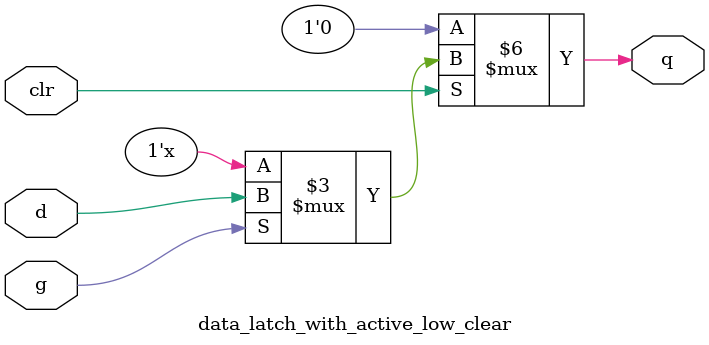
<source format=v>
module data_latch_with_active_low_clear(clr,d,g,q);
input clr,d,g;
output reg q;
always @(*) begin
    if (~clr)begin
        q<=0;
    end
    else begin
        if (g)begin
            q<=d;
        end
    end
end
endmodule
</source>
